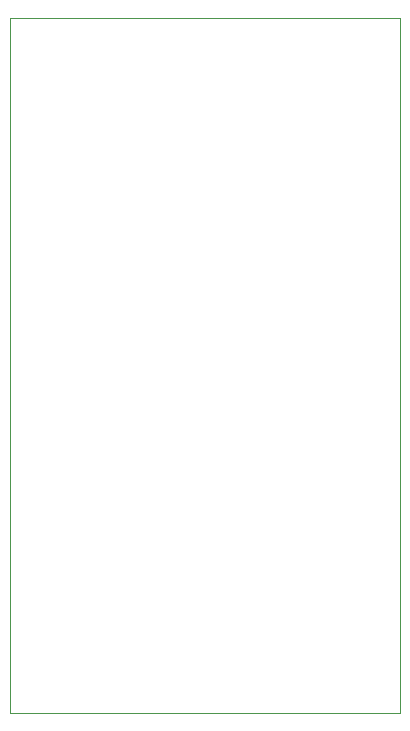
<source format=gbr>
%TF.GenerationSoftware,KiCad,Pcbnew,8.0.3*%
%TF.CreationDate,2024-07-19T14:19:01+01:00*%
%TF.ProjectId,xbox2sata,78626f78-3273-4617-9461-2e6b69636164,0.1*%
%TF.SameCoordinates,Original*%
%TF.FileFunction,Profile,NP*%
%FSLAX46Y46*%
G04 Gerber Fmt 4.6, Leading zero omitted, Abs format (unit mm)*
G04 Created by KiCad (PCBNEW 8.0.3) date 2024-07-19 14:19:01*
%MOMM*%
%LPD*%
G01*
G04 APERTURE LIST*
%TA.AperFunction,Profile*%
%ADD10C,0.050000*%
%TD*%
G04 APERTURE END LIST*
D10*
X104085000Y-56840000D02*
X137130000Y-56840000D01*
X137130000Y-115740000D01*
X104085000Y-115740000D01*
X104085000Y-56840000D01*
M02*

</source>
